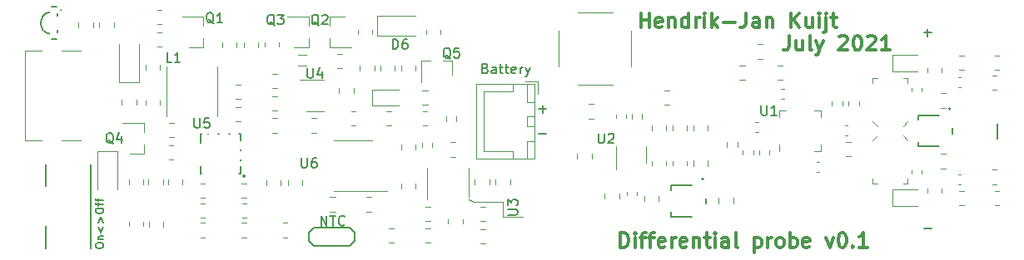
<source format=gbr>
%TF.GenerationSoftware,KiCad,Pcbnew,(5.1.9-16-g1737927814)-1*%
%TF.CreationDate,2021-08-08T16:45:24+02:00*%
%TF.ProjectId,Diffprobe,44696666-7072-46f6-9265-2e6b69636164,rev?*%
%TF.SameCoordinates,Original*%
%TF.FileFunction,Legend,Top*%
%TF.FilePolarity,Positive*%
%FSLAX46Y46*%
G04 Gerber Fmt 4.6, Leading zero omitted, Abs format (unit mm)*
G04 Created by KiCad (PCBNEW (5.1.9-16-g1737927814)-1) date 2021-08-08 16:45:24*
%MOMM*%
%LPD*%
G01*
G04 APERTURE LIST*
%ADD10C,0.150000*%
%ADD11C,0.120000*%
%ADD12C,0.300000*%
%ADD13C,0.200000*%
%ADD14C,0.127000*%
%ADD15C,0.254000*%
G04 APERTURE END LIST*
D10*
X170019047Y-55671428D02*
X170780952Y-55671428D01*
X170019047Y-35671428D02*
X170780952Y-35671428D01*
X170400000Y-36052380D02*
X170400000Y-35290476D01*
X108733333Y-55352380D02*
X108733333Y-54352380D01*
X109304761Y-55352380D01*
X109304761Y-54352380D01*
X109638095Y-54352380D02*
X110209523Y-54352380D01*
X109923809Y-55352380D02*
X109923809Y-54352380D01*
X111114285Y-55257142D02*
X111066666Y-55304761D01*
X110923809Y-55352380D01*
X110828571Y-55352380D01*
X110685714Y-55304761D01*
X110590476Y-55209523D01*
X110542857Y-55114285D01*
X110495238Y-54923809D01*
X110495238Y-54780952D01*
X110542857Y-54590476D01*
X110590476Y-54495238D01*
X110685714Y-54400000D01*
X110828571Y-54352380D01*
X110923809Y-54352380D01*
X111066666Y-54400000D01*
X111114285Y-54447619D01*
X85811904Y-57454761D02*
X85811904Y-57302380D01*
X85850000Y-57226190D01*
X85926190Y-57150000D01*
X86078571Y-57111904D01*
X86345238Y-57111904D01*
X86497619Y-57150000D01*
X86573809Y-57226190D01*
X86611904Y-57302380D01*
X86611904Y-57454761D01*
X86573809Y-57530952D01*
X86497619Y-57607142D01*
X86345238Y-57645238D01*
X86078571Y-57645238D01*
X85926190Y-57607142D01*
X85850000Y-57530952D01*
X85811904Y-57454761D01*
X86078571Y-56769047D02*
X86611904Y-56769047D01*
X86154761Y-56769047D02*
X86116666Y-56730952D01*
X86078571Y-56654761D01*
X86078571Y-56540476D01*
X86116666Y-56464285D01*
X86192857Y-56426190D01*
X86611904Y-56426190D01*
X86078571Y-55435714D02*
X86307142Y-56045238D01*
X86535714Y-55435714D01*
X86078571Y-55054761D02*
X86307142Y-54445238D01*
X86535714Y-55054761D01*
X85811904Y-53911904D02*
X85811904Y-53759523D01*
X85850000Y-53683333D01*
X85926190Y-53607142D01*
X86078571Y-53569047D01*
X86345238Y-53569047D01*
X86497619Y-53607142D01*
X86573809Y-53683333D01*
X86611904Y-53759523D01*
X86611904Y-53911904D01*
X86573809Y-53988095D01*
X86497619Y-54064285D01*
X86345238Y-54102380D01*
X86078571Y-54102380D01*
X85926190Y-54064285D01*
X85850000Y-53988095D01*
X85811904Y-53911904D01*
X86078571Y-53340476D02*
X86078571Y-53035714D01*
X86611904Y-53226190D02*
X85926190Y-53226190D01*
X85850000Y-53188095D01*
X85811904Y-53111904D01*
X85811904Y-53035714D01*
X86078571Y-52883333D02*
X86078571Y-52578571D01*
X86611904Y-52769047D02*
X85926190Y-52769047D01*
X85850000Y-52730952D01*
X85811904Y-52654761D01*
X85811904Y-52578571D01*
X130869047Y-45971428D02*
X131630952Y-45971428D01*
X130869047Y-43471428D02*
X131630952Y-43471428D01*
X131250000Y-43852380D02*
X131250000Y-43090476D01*
X125428571Y-39328571D02*
X125571428Y-39376190D01*
X125619047Y-39423809D01*
X125666666Y-39519047D01*
X125666666Y-39661904D01*
X125619047Y-39757142D01*
X125571428Y-39804761D01*
X125476190Y-39852380D01*
X125095238Y-39852380D01*
X125095238Y-38852380D01*
X125428571Y-38852380D01*
X125523809Y-38900000D01*
X125571428Y-38947619D01*
X125619047Y-39042857D01*
X125619047Y-39138095D01*
X125571428Y-39233333D01*
X125523809Y-39280952D01*
X125428571Y-39328571D01*
X125095238Y-39328571D01*
X126523809Y-39852380D02*
X126523809Y-39328571D01*
X126476190Y-39233333D01*
X126380952Y-39185714D01*
X126190476Y-39185714D01*
X126095238Y-39233333D01*
X126523809Y-39804761D02*
X126428571Y-39852380D01*
X126190476Y-39852380D01*
X126095238Y-39804761D01*
X126047619Y-39709523D01*
X126047619Y-39614285D01*
X126095238Y-39519047D01*
X126190476Y-39471428D01*
X126428571Y-39471428D01*
X126523809Y-39423809D01*
X126857142Y-39185714D02*
X127238095Y-39185714D01*
X127000000Y-38852380D02*
X127000000Y-39709523D01*
X127047619Y-39804761D01*
X127142857Y-39852380D01*
X127238095Y-39852380D01*
X127428571Y-39185714D02*
X127809523Y-39185714D01*
X127571428Y-38852380D02*
X127571428Y-39709523D01*
X127619047Y-39804761D01*
X127714285Y-39852380D01*
X127809523Y-39852380D01*
X128523809Y-39804761D02*
X128428571Y-39852380D01*
X128238095Y-39852380D01*
X128142857Y-39804761D01*
X128095238Y-39709523D01*
X128095238Y-39328571D01*
X128142857Y-39233333D01*
X128238095Y-39185714D01*
X128428571Y-39185714D01*
X128523809Y-39233333D01*
X128571428Y-39328571D01*
X128571428Y-39423809D01*
X128095238Y-39519047D01*
X129000000Y-39852380D02*
X129000000Y-39185714D01*
X129000000Y-39376190D02*
X129047619Y-39280952D01*
X129095238Y-39233333D01*
X129190476Y-39185714D01*
X129285714Y-39185714D01*
X129523809Y-39185714D02*
X129761904Y-39852380D01*
X130000000Y-39185714D02*
X129761904Y-39852380D01*
X129666666Y-40090476D01*
X129619047Y-40138095D01*
X129523809Y-40185714D01*
D11*
X127250000Y-54500000D02*
X129250000Y-54500000D01*
X127250000Y-52900000D02*
X127250000Y-54500000D01*
X126750000Y-52900000D02*
X127250000Y-52900000D01*
X124250000Y-52900000D02*
X123750000Y-52650000D01*
X126750000Y-52900000D02*
X124250000Y-52900000D01*
D12*
X139164285Y-57578571D02*
X139164285Y-56078571D01*
X139521428Y-56078571D01*
X139735714Y-56150000D01*
X139878571Y-56292857D01*
X139950000Y-56435714D01*
X140021428Y-56721428D01*
X140021428Y-56935714D01*
X139950000Y-57221428D01*
X139878571Y-57364285D01*
X139735714Y-57507142D01*
X139521428Y-57578571D01*
X139164285Y-57578571D01*
X140664285Y-57578571D02*
X140664285Y-56578571D01*
X140664285Y-56078571D02*
X140592857Y-56150000D01*
X140664285Y-56221428D01*
X140735714Y-56150000D01*
X140664285Y-56078571D01*
X140664285Y-56221428D01*
X141164285Y-56578571D02*
X141735714Y-56578571D01*
X141378571Y-57578571D02*
X141378571Y-56292857D01*
X141450000Y-56150000D01*
X141592857Y-56078571D01*
X141735714Y-56078571D01*
X142021428Y-56578571D02*
X142592857Y-56578571D01*
X142235714Y-57578571D02*
X142235714Y-56292857D01*
X142307142Y-56150000D01*
X142450000Y-56078571D01*
X142592857Y-56078571D01*
X143664285Y-57507142D02*
X143521428Y-57578571D01*
X143235714Y-57578571D01*
X143092857Y-57507142D01*
X143021428Y-57364285D01*
X143021428Y-56792857D01*
X143092857Y-56650000D01*
X143235714Y-56578571D01*
X143521428Y-56578571D01*
X143664285Y-56650000D01*
X143735714Y-56792857D01*
X143735714Y-56935714D01*
X143021428Y-57078571D01*
X144378571Y-57578571D02*
X144378571Y-56578571D01*
X144378571Y-56864285D02*
X144450000Y-56721428D01*
X144521428Y-56650000D01*
X144664285Y-56578571D01*
X144807142Y-56578571D01*
X145878571Y-57507142D02*
X145735714Y-57578571D01*
X145450000Y-57578571D01*
X145307142Y-57507142D01*
X145235714Y-57364285D01*
X145235714Y-56792857D01*
X145307142Y-56650000D01*
X145450000Y-56578571D01*
X145735714Y-56578571D01*
X145878571Y-56650000D01*
X145950000Y-56792857D01*
X145950000Y-56935714D01*
X145235714Y-57078571D01*
X146592857Y-56578571D02*
X146592857Y-57578571D01*
X146592857Y-56721428D02*
X146664285Y-56650000D01*
X146807142Y-56578571D01*
X147021428Y-56578571D01*
X147164285Y-56650000D01*
X147235714Y-56792857D01*
X147235714Y-57578571D01*
X147735714Y-56578571D02*
X148307142Y-56578571D01*
X147950000Y-56078571D02*
X147950000Y-57364285D01*
X148021428Y-57507142D01*
X148164285Y-57578571D01*
X148307142Y-57578571D01*
X148807142Y-57578571D02*
X148807142Y-56578571D01*
X148807142Y-56078571D02*
X148735714Y-56150000D01*
X148807142Y-56221428D01*
X148878571Y-56150000D01*
X148807142Y-56078571D01*
X148807142Y-56221428D01*
X150164285Y-57578571D02*
X150164285Y-56792857D01*
X150092857Y-56650000D01*
X149950000Y-56578571D01*
X149664285Y-56578571D01*
X149521428Y-56650000D01*
X150164285Y-57507142D02*
X150021428Y-57578571D01*
X149664285Y-57578571D01*
X149521428Y-57507142D01*
X149450000Y-57364285D01*
X149450000Y-57221428D01*
X149521428Y-57078571D01*
X149664285Y-57007142D01*
X150021428Y-57007142D01*
X150164285Y-56935714D01*
X151092857Y-57578571D02*
X150950000Y-57507142D01*
X150878571Y-57364285D01*
X150878571Y-56078571D01*
X152807142Y-56578571D02*
X152807142Y-58078571D01*
X152807142Y-56650000D02*
X152950000Y-56578571D01*
X153235714Y-56578571D01*
X153378571Y-56650000D01*
X153450000Y-56721428D01*
X153521428Y-56864285D01*
X153521428Y-57292857D01*
X153450000Y-57435714D01*
X153378571Y-57507142D01*
X153235714Y-57578571D01*
X152950000Y-57578571D01*
X152807142Y-57507142D01*
X154164285Y-57578571D02*
X154164285Y-56578571D01*
X154164285Y-56864285D02*
X154235714Y-56721428D01*
X154307142Y-56650000D01*
X154450000Y-56578571D01*
X154592857Y-56578571D01*
X155307142Y-57578571D02*
X155164285Y-57507142D01*
X155092857Y-57435714D01*
X155021428Y-57292857D01*
X155021428Y-56864285D01*
X155092857Y-56721428D01*
X155164285Y-56650000D01*
X155307142Y-56578571D01*
X155521428Y-56578571D01*
X155664285Y-56650000D01*
X155735714Y-56721428D01*
X155807142Y-56864285D01*
X155807142Y-57292857D01*
X155735714Y-57435714D01*
X155664285Y-57507142D01*
X155521428Y-57578571D01*
X155307142Y-57578571D01*
X156450000Y-57578571D02*
X156450000Y-56078571D01*
X156450000Y-56650000D02*
X156592857Y-56578571D01*
X156878571Y-56578571D01*
X157021428Y-56650000D01*
X157092857Y-56721428D01*
X157164285Y-56864285D01*
X157164285Y-57292857D01*
X157092857Y-57435714D01*
X157021428Y-57507142D01*
X156878571Y-57578571D01*
X156592857Y-57578571D01*
X156450000Y-57507142D01*
X158378571Y-57507142D02*
X158235714Y-57578571D01*
X157950000Y-57578571D01*
X157807142Y-57507142D01*
X157735714Y-57364285D01*
X157735714Y-56792857D01*
X157807142Y-56650000D01*
X157950000Y-56578571D01*
X158235714Y-56578571D01*
X158378571Y-56650000D01*
X158450000Y-56792857D01*
X158450000Y-56935714D01*
X157735714Y-57078571D01*
X160092857Y-56578571D02*
X160450000Y-57578571D01*
X160807142Y-56578571D01*
X161664285Y-56078571D02*
X161807142Y-56078571D01*
X161950000Y-56150000D01*
X162021428Y-56221428D01*
X162092857Y-56364285D01*
X162164285Y-56650000D01*
X162164285Y-57007142D01*
X162092857Y-57292857D01*
X162021428Y-57435714D01*
X161950000Y-57507142D01*
X161807142Y-57578571D01*
X161664285Y-57578571D01*
X161521428Y-57507142D01*
X161450000Y-57435714D01*
X161378571Y-57292857D01*
X161307142Y-57007142D01*
X161307142Y-56650000D01*
X161378571Y-56364285D01*
X161450000Y-56221428D01*
X161521428Y-56150000D01*
X161664285Y-56078571D01*
X162807142Y-57435714D02*
X162878571Y-57507142D01*
X162807142Y-57578571D01*
X162735714Y-57507142D01*
X162807142Y-57435714D01*
X162807142Y-57578571D01*
X164307142Y-57578571D02*
X163450000Y-57578571D01*
X163878571Y-57578571D02*
X163878571Y-56078571D01*
X163735714Y-56292857D01*
X163592857Y-56435714D01*
X163450000Y-56507142D01*
X141242857Y-35178571D02*
X141242857Y-33678571D01*
X141242857Y-34392857D02*
X142100000Y-34392857D01*
X142100000Y-35178571D02*
X142100000Y-33678571D01*
X143385714Y-35107142D02*
X143242857Y-35178571D01*
X142957142Y-35178571D01*
X142814285Y-35107142D01*
X142742857Y-34964285D01*
X142742857Y-34392857D01*
X142814285Y-34250000D01*
X142957142Y-34178571D01*
X143242857Y-34178571D01*
X143385714Y-34250000D01*
X143457142Y-34392857D01*
X143457142Y-34535714D01*
X142742857Y-34678571D01*
X144100000Y-34178571D02*
X144100000Y-35178571D01*
X144100000Y-34321428D02*
X144171428Y-34250000D01*
X144314285Y-34178571D01*
X144528571Y-34178571D01*
X144671428Y-34250000D01*
X144742857Y-34392857D01*
X144742857Y-35178571D01*
X146100000Y-35178571D02*
X146100000Y-33678571D01*
X146100000Y-35107142D02*
X145957142Y-35178571D01*
X145671428Y-35178571D01*
X145528571Y-35107142D01*
X145457142Y-35035714D01*
X145385714Y-34892857D01*
X145385714Y-34464285D01*
X145457142Y-34321428D01*
X145528571Y-34250000D01*
X145671428Y-34178571D01*
X145957142Y-34178571D01*
X146100000Y-34250000D01*
X146814285Y-35178571D02*
X146814285Y-34178571D01*
X146814285Y-34464285D02*
X146885714Y-34321428D01*
X146957142Y-34250000D01*
X147100000Y-34178571D01*
X147242857Y-34178571D01*
X147742857Y-35178571D02*
X147742857Y-34178571D01*
X147742857Y-33678571D02*
X147671428Y-33750000D01*
X147742857Y-33821428D01*
X147814285Y-33750000D01*
X147742857Y-33678571D01*
X147742857Y-33821428D01*
X148457142Y-35178571D02*
X148457142Y-33678571D01*
X148600000Y-34607142D02*
X149028571Y-35178571D01*
X149028571Y-34178571D02*
X148457142Y-34750000D01*
X149671428Y-34607142D02*
X150814285Y-34607142D01*
X151957142Y-33678571D02*
X151957142Y-34750000D01*
X151885714Y-34964285D01*
X151742857Y-35107142D01*
X151528571Y-35178571D01*
X151385714Y-35178571D01*
X153314285Y-35178571D02*
X153314285Y-34392857D01*
X153242857Y-34250000D01*
X153100000Y-34178571D01*
X152814285Y-34178571D01*
X152671428Y-34250000D01*
X153314285Y-35107142D02*
X153171428Y-35178571D01*
X152814285Y-35178571D01*
X152671428Y-35107142D01*
X152600000Y-34964285D01*
X152600000Y-34821428D01*
X152671428Y-34678571D01*
X152814285Y-34607142D01*
X153171428Y-34607142D01*
X153314285Y-34535714D01*
X154028571Y-34178571D02*
X154028571Y-35178571D01*
X154028571Y-34321428D02*
X154100000Y-34250000D01*
X154242857Y-34178571D01*
X154457142Y-34178571D01*
X154600000Y-34250000D01*
X154671428Y-34392857D01*
X154671428Y-35178571D01*
X156528571Y-35178571D02*
X156528571Y-33678571D01*
X157385714Y-35178571D02*
X156742857Y-34321428D01*
X157385714Y-33678571D02*
X156528571Y-34535714D01*
X158671428Y-34178571D02*
X158671428Y-35178571D01*
X158028571Y-34178571D02*
X158028571Y-34964285D01*
X158100000Y-35107142D01*
X158242857Y-35178571D01*
X158457142Y-35178571D01*
X158600000Y-35107142D01*
X158671428Y-35035714D01*
X159385714Y-35178571D02*
X159385714Y-34178571D01*
X159385714Y-33678571D02*
X159314285Y-33750000D01*
X159385714Y-33821428D01*
X159457142Y-33750000D01*
X159385714Y-33678571D01*
X159385714Y-33821428D01*
X160100000Y-34178571D02*
X160100000Y-35464285D01*
X160028571Y-35607142D01*
X159885714Y-35678571D01*
X159814285Y-35678571D01*
X160100000Y-33678571D02*
X160028571Y-33750000D01*
X160100000Y-33821428D01*
X160171428Y-33750000D01*
X160100000Y-33678571D01*
X160100000Y-33821428D01*
X160600000Y-34178571D02*
X161171428Y-34178571D01*
X160814285Y-33678571D02*
X160814285Y-34964285D01*
X160885714Y-35107142D01*
X161028571Y-35178571D01*
X161171428Y-35178571D01*
X156342857Y-35978571D02*
X156342857Y-37050000D01*
X156271428Y-37264285D01*
X156128571Y-37407142D01*
X155914285Y-37478571D01*
X155771428Y-37478571D01*
X157700000Y-36478571D02*
X157700000Y-37478571D01*
X157057142Y-36478571D02*
X157057142Y-37264285D01*
X157128571Y-37407142D01*
X157271428Y-37478571D01*
X157485714Y-37478571D01*
X157628571Y-37407142D01*
X157700000Y-37335714D01*
X158628571Y-37478571D02*
X158485714Y-37407142D01*
X158414285Y-37264285D01*
X158414285Y-35978571D01*
X159057142Y-36478571D02*
X159414285Y-37478571D01*
X159771428Y-36478571D02*
X159414285Y-37478571D01*
X159271428Y-37835714D01*
X159200000Y-37907142D01*
X159057142Y-37978571D01*
X161414285Y-36121428D02*
X161485714Y-36050000D01*
X161628571Y-35978571D01*
X161985714Y-35978571D01*
X162128571Y-36050000D01*
X162200000Y-36121428D01*
X162271428Y-36264285D01*
X162271428Y-36407142D01*
X162200000Y-36621428D01*
X161342857Y-37478571D01*
X162271428Y-37478571D01*
X163200000Y-35978571D02*
X163342857Y-35978571D01*
X163485714Y-36050000D01*
X163557142Y-36121428D01*
X163628571Y-36264285D01*
X163700000Y-36550000D01*
X163700000Y-36907142D01*
X163628571Y-37192857D01*
X163557142Y-37335714D01*
X163485714Y-37407142D01*
X163342857Y-37478571D01*
X163200000Y-37478571D01*
X163057142Y-37407142D01*
X162985714Y-37335714D01*
X162914285Y-37192857D01*
X162842857Y-36907142D01*
X162842857Y-36550000D01*
X162914285Y-36264285D01*
X162985714Y-36121428D01*
X163057142Y-36050000D01*
X163200000Y-35978571D01*
X164271428Y-36121428D02*
X164342857Y-36050000D01*
X164485714Y-35978571D01*
X164842857Y-35978571D01*
X164985714Y-36050000D01*
X165057142Y-36121428D01*
X165128571Y-36264285D01*
X165128571Y-36407142D01*
X165057142Y-36621428D01*
X164200000Y-37478571D01*
X165128571Y-37478571D01*
X166557142Y-37478571D02*
X165700000Y-37478571D01*
X166128571Y-37478571D02*
X166128571Y-35978571D01*
X165985714Y-36192857D01*
X165842857Y-36335714D01*
X165700000Y-36407142D01*
D11*
%TO.C,R14*%
X176972936Y-49665000D02*
X177427064Y-49665000D01*
X176972936Y-51135000D02*
X177427064Y-51135000D01*
%TO.C,R15*%
X176972936Y-40065000D02*
X177427064Y-40065000D01*
X176972936Y-41535000D02*
X177427064Y-41535000D01*
D10*
%TO.C,J2*%
X177500000Y-46500000D02*
X177500000Y-44950000D01*
D11*
%TO.C,BT1*%
X130460000Y-40940000D02*
X124490000Y-40940000D01*
X124490000Y-40940000D02*
X124490000Y-48560000D01*
X124490000Y-48560000D02*
X130460000Y-48560000D01*
X130460000Y-48560000D02*
X130460000Y-40940000D01*
X130450000Y-44250000D02*
X129700000Y-44250000D01*
X129700000Y-44250000D02*
X129700000Y-45250000D01*
X129700000Y-45250000D02*
X130450000Y-45250000D01*
X130450000Y-45250000D02*
X130450000Y-44250000D01*
X130450000Y-40950000D02*
X129700000Y-40950000D01*
X129700000Y-40950000D02*
X129700000Y-42750000D01*
X129700000Y-42750000D02*
X130450000Y-42750000D01*
X130450000Y-42750000D02*
X130450000Y-40950000D01*
X130450000Y-46750000D02*
X129700000Y-46750000D01*
X129700000Y-46750000D02*
X129700000Y-48550000D01*
X129700000Y-48550000D02*
X130450000Y-48550000D01*
X130450000Y-48550000D02*
X130450000Y-46750000D01*
X128200000Y-40950000D02*
X128200000Y-41700000D01*
X128200000Y-41700000D02*
X125250000Y-41700000D01*
X125250000Y-41700000D02*
X125250000Y-44750000D01*
X128200000Y-48550000D02*
X128200000Y-47800000D01*
X128200000Y-47800000D02*
X125250000Y-47800000D01*
X125250000Y-47800000D02*
X125250000Y-44750000D01*
X130750000Y-41900000D02*
X130750000Y-40650000D01*
X130750000Y-40650000D02*
X129500000Y-40650000D01*
%TO.C,C41*%
X113890000Y-43085000D02*
X116600000Y-43085000D01*
X113890000Y-41515000D02*
X113890000Y-43085000D01*
X116600000Y-41515000D02*
X113890000Y-41515000D01*
%TO.C,R54*%
X171772936Y-49535000D02*
X172227064Y-49535000D01*
X171772936Y-48065000D02*
X172227064Y-48065000D01*
D13*
%TO.C,RV2*%
X172750000Y-43450000D02*
G75*
G03*
X172750000Y-43450000I-100000J0D01*
G01*
D14*
X169450000Y-44580000D02*
X169450000Y-44100000D01*
X169450000Y-47300000D02*
X169450000Y-46820000D01*
X171536500Y-47300000D02*
X169450000Y-47300000D01*
X172950000Y-45413500D02*
X172950000Y-45986500D01*
X169450000Y-44100000D02*
X171536500Y-44100000D01*
D11*
%TO.C,D2*%
X166800000Y-37950000D02*
X169350000Y-37950000D01*
X166800000Y-39650000D02*
X169350000Y-39650000D01*
X166800000Y-37950000D02*
X166800000Y-39650000D01*
%TO.C,D1*%
X166800000Y-51650000D02*
X169350000Y-51650000D01*
X166800000Y-53350000D02*
X169350000Y-53350000D01*
X166800000Y-51650000D02*
X166800000Y-53350000D01*
%TO.C,R55*%
X172227064Y-41865000D02*
X171772936Y-41865000D01*
X172227064Y-43335000D02*
X171772936Y-43335000D01*
%TO.C,R53*%
X177222936Y-39485000D02*
X177677064Y-39485000D01*
X177222936Y-38015000D02*
X177677064Y-38015000D01*
%TO.C,R52*%
X177222936Y-53285000D02*
X177677064Y-53285000D01*
X177222936Y-51815000D02*
X177677064Y-51815000D01*
%TO.C,C46*%
X169810000Y-41640580D02*
X169810000Y-41359420D01*
X168790000Y-41640580D02*
X168790000Y-41359420D01*
%TO.C,C45*%
X169810000Y-50015580D02*
X169810000Y-49734420D01*
X168790000Y-50015580D02*
X168790000Y-49734420D01*
%TO.C,R39*%
X107772936Y-45885000D02*
X108227064Y-45885000D01*
X107772936Y-44415000D02*
X108227064Y-44415000D01*
%TO.C,C44*%
X109638748Y-53935000D02*
X110161252Y-53935000D01*
X109638748Y-52465000D02*
X110161252Y-52465000D01*
%TO.C,U6*%
X112000000Y-51810000D02*
X115450000Y-51810000D01*
X112000000Y-51810000D02*
X110050000Y-51810000D01*
X112000000Y-46690000D02*
X113950000Y-46690000D01*
X112000000Y-46690000D02*
X110050000Y-46690000D01*
%TO.C,R51*%
X119415000Y-35372936D02*
X119415000Y-35827064D01*
X120885000Y-35372936D02*
X120885000Y-35827064D01*
%TO.C,R50*%
X115372936Y-45135000D02*
X115827064Y-45135000D01*
X115372936Y-43665000D02*
X115827064Y-43665000D01*
%TO.C,R49*%
X114765000Y-39072936D02*
X114765000Y-39527064D01*
X116235000Y-39072936D02*
X116235000Y-39527064D01*
%TO.C,R48*%
X118335000Y-39072936D02*
X118335000Y-39527064D01*
X116865000Y-39072936D02*
X116865000Y-39527064D01*
%TO.C,R47*%
X112665000Y-39514564D02*
X112665000Y-39060436D01*
X114135000Y-39514564D02*
X114135000Y-39060436D01*
%TO.C,R46*%
X112227064Y-45135000D02*
X111772936Y-45135000D01*
X112227064Y-43665000D02*
X111772936Y-43665000D01*
%TO.C,R45*%
X119072936Y-45135000D02*
X119527064Y-45135000D01*
X119072936Y-43665000D02*
X119527064Y-43665000D01*
%TO.C,R44*%
X118335000Y-47577064D02*
X118335000Y-47122936D01*
X116865000Y-47577064D02*
X116865000Y-47122936D01*
%TO.C,R23*%
X92072936Y-34835000D02*
X92527064Y-34835000D01*
X92072936Y-33365000D02*
X92527064Y-33365000D01*
%TO.C,Q5*%
X122080000Y-38540000D02*
X122080000Y-40000000D01*
X118920000Y-38540000D02*
X118920000Y-40700000D01*
X118920000Y-38540000D02*
X119850000Y-38540000D01*
X122080000Y-38540000D02*
X121150000Y-38540000D01*
%TO.C,C43*%
X113861252Y-52465000D02*
X113338748Y-52465000D01*
X113861252Y-53935000D02*
X113338748Y-53935000D01*
%TO.C,C42*%
X119038748Y-43035000D02*
X119561252Y-43035000D01*
X119038748Y-41565000D02*
X119561252Y-41565000D01*
%TO.C,R30*%
X100672936Y-53065000D02*
X101127064Y-53065000D01*
X100672936Y-54535000D02*
X101127064Y-54535000D01*
%TO.C,R22*%
X85535000Y-34672936D02*
X85535000Y-35127064D01*
X84065000Y-34672936D02*
X84065000Y-35127064D01*
D10*
%TO.C,D3*%
X81900000Y-35450000D02*
X81900000Y-35650000D01*
X81900000Y-33950000D02*
X81900000Y-33750000D01*
X81800000Y-33050000D02*
X81300000Y-33050000D01*
X81800000Y-36350000D02*
X81300000Y-36350000D01*
X82300000Y-33400000D02*
G75*
G03*
X82300000Y-33400000I-50000J0D01*
G01*
X81108434Y-35801499D02*
G75*
G02*
X81100001Y-33600001I191566J1101499D01*
G01*
D11*
%TO.C,Q2*%
X109640000Y-34020000D02*
X109640000Y-34950000D01*
X109640000Y-37180000D02*
X109640000Y-36250000D01*
X109640000Y-37180000D02*
X111800000Y-37180000D01*
X109640000Y-34020000D02*
X111100000Y-34020000D01*
D10*
%TO.C,SW1*%
X85300000Y-49100000D02*
X85300000Y-57700000D01*
X80700000Y-49100000D02*
X80700000Y-51300000D01*
X80700000Y-55400000D02*
X80700000Y-57700000D01*
D11*
%TO.C,R43*%
X93272936Y-47165000D02*
X93727064Y-47165000D01*
X93272936Y-48635000D02*
X93727064Y-48635000D01*
%TO.C,R42*%
X88465000Y-43014564D02*
X88465000Y-42560436D01*
X89935000Y-43014564D02*
X89935000Y-42560436D01*
%TO.C,R41*%
X113935000Y-35372936D02*
X113935000Y-35827064D01*
X112465000Y-35372936D02*
X112465000Y-35827064D01*
%TO.C,R17*%
X104435000Y-36672936D02*
X104435000Y-37127064D01*
X102965000Y-36672936D02*
X102965000Y-37127064D01*
%TO.C,R16*%
X92527064Y-37135000D02*
X92072936Y-37135000D01*
X92527064Y-35665000D02*
X92072936Y-35665000D01*
%TO.C,Q4*%
X90710000Y-48030000D02*
X90710000Y-47100000D01*
X90710000Y-44870000D02*
X90710000Y-45800000D01*
X90710000Y-44870000D02*
X88550000Y-44870000D01*
X90710000Y-48030000D02*
X89250000Y-48030000D01*
%TO.C,Q3*%
X107460000Y-37180000D02*
X107460000Y-36250000D01*
X107460000Y-34020000D02*
X107460000Y-34950000D01*
X107460000Y-34020000D02*
X105300000Y-34020000D01*
X107460000Y-37180000D02*
X106000000Y-37180000D01*
%TO.C,Q1*%
X96760000Y-37180000D02*
X96760000Y-36250000D01*
X96760000Y-34020000D02*
X96760000Y-34950000D01*
X96760000Y-34020000D02*
X94600000Y-34020000D01*
X96760000Y-37180000D02*
X95300000Y-37180000D01*
%TO.C,D6*%
X114450000Y-34000000D02*
X114450000Y-36000000D01*
X114450000Y-36000000D02*
X118350000Y-36000000D01*
X114450000Y-34000000D02*
X118350000Y-34000000D01*
%TO.C,D5*%
X88200000Y-40750000D02*
X90200000Y-40750000D01*
X90200000Y-40750000D02*
X90200000Y-36850000D01*
X88200000Y-40750000D02*
X88200000Y-36850000D01*
%TO.C,D4*%
X88000000Y-47750000D02*
X86000000Y-47750000D01*
X86000000Y-47750000D02*
X86000000Y-51650000D01*
X88000000Y-47750000D02*
X88000000Y-51650000D01*
%TO.C,C40*%
X153138748Y-36865000D02*
X153661252Y-36865000D01*
X153138748Y-38335000D02*
X153661252Y-38335000D01*
%TO.C,C39*%
X149165000Y-53061252D02*
X149165000Y-52538748D01*
X150635000Y-53061252D02*
X150635000Y-52538748D01*
%TO.C,J1*%
X132920000Y-39100000D02*
X132920000Y-35500000D01*
X140280000Y-39100000D02*
X140280000Y-35500000D01*
X134800000Y-33620000D02*
X138400000Y-33620000D01*
X134800000Y-40980000D02*
X138400000Y-40980000D01*
%TO.C,C38*%
X163422500Y-42662742D02*
X163422500Y-43137258D01*
X162377500Y-42662742D02*
X162377500Y-43137258D01*
%TO.C,C37*%
X152672500Y-47662742D02*
X152672500Y-48137258D01*
X151627500Y-47662742D02*
X151627500Y-48137258D01*
%TO.C,R3*%
X161722500Y-42662742D02*
X161722500Y-43137258D01*
X160677500Y-42662742D02*
X160677500Y-43137258D01*
%TO.C,R2*%
X150027500Y-47337258D02*
X150027500Y-46862742D01*
X151072500Y-47337258D02*
X151072500Y-46862742D01*
%TO.C,R1*%
X154322500Y-47662742D02*
X154322500Y-48137258D01*
X153277500Y-47662742D02*
X153277500Y-48137258D01*
D14*
%TO.C,RV1*%
X144350000Y-51250000D02*
X146436500Y-51250000D01*
X147850000Y-52563500D02*
X147850000Y-53136500D01*
X146436500Y-54450000D02*
X144350000Y-54450000D01*
X144350000Y-54450000D02*
X144350000Y-53970000D01*
X144350000Y-51730000D02*
X144350000Y-51250000D01*
D13*
X147650000Y-50600000D02*
G75*
G03*
X147650000Y-50600000I-100000J0D01*
G01*
D11*
%TO.C,C36*%
X110338748Y-39335000D02*
X110861252Y-39335000D01*
X110338748Y-37865000D02*
X110861252Y-37865000D01*
%TO.C,C35*%
X115638748Y-55615000D02*
X116161252Y-55615000D01*
X115638748Y-57085000D02*
X116161252Y-57085000D01*
%TO.C,C22*%
X159390580Y-49860000D02*
X159109420Y-49860000D01*
X159390580Y-48840000D02*
X159109420Y-48840000D01*
%TO.C,C7*%
X162009420Y-45140000D02*
X162290580Y-45140000D01*
X162009420Y-46160000D02*
X162290580Y-46160000D01*
%TO.C,C2*%
X155509420Y-41390000D02*
X155790580Y-41390000D01*
X155509420Y-42410000D02*
X155790580Y-42410000D01*
%TO.C,C1*%
X153190580Y-45860000D02*
X152909420Y-45860000D01*
X153190580Y-44840000D02*
X152909420Y-44840000D01*
%TO.C,L1*%
X98200000Y-39150000D02*
X98200000Y-44250000D01*
X93000000Y-39150000D02*
X93000000Y-44250000D01*
%TO.C,C20*%
X102335000Y-36638748D02*
X102335000Y-37161252D01*
X100865000Y-36638748D02*
X100865000Y-37161252D01*
%TO.C,C19*%
X100561252Y-42435000D02*
X100038748Y-42435000D01*
X100561252Y-40965000D02*
X100038748Y-40965000D01*
D14*
%TO.C,U5*%
X100532000Y-50032000D02*
X100532000Y-49318000D01*
X100532000Y-48714000D02*
X100532000Y-48600000D01*
X100532000Y-47700000D02*
X100532000Y-47618000D01*
X100532000Y-46650000D02*
X100532000Y-45968000D01*
X100532000Y-45968000D02*
X100368000Y-45968000D01*
X99432000Y-45968000D02*
X99318000Y-45968000D01*
X98382000Y-45968000D02*
X98218000Y-45968000D01*
X97282000Y-45968000D02*
X97268000Y-45968000D01*
X96532000Y-45968000D02*
X96468000Y-45968000D01*
X96468000Y-45968000D02*
X96468000Y-46882000D01*
X96468000Y-49318000D02*
X96468000Y-50032000D01*
X96468000Y-50032000D02*
X96602000Y-50032000D01*
X100398000Y-50032000D02*
X100532000Y-50032000D01*
D15*
X100978000Y-50300000D02*
G75*
G03*
X100978000Y-50300000I-78000J0D01*
G01*
D11*
%TO.C,R40*%
X121427500Y-44212742D02*
X121427500Y-44687258D01*
X122472500Y-44212742D02*
X122472500Y-44687258D01*
%TO.C,R32*%
X118977500Y-46912742D02*
X118977500Y-47387258D01*
X120022500Y-46912742D02*
X120022500Y-47387258D01*
%TO.C,R31*%
X140327500Y-44462258D02*
X140327500Y-43987742D01*
X141372500Y-44462258D02*
X141372500Y-43987742D01*
%TO.C,P1*%
X84250000Y-37520000D02*
X82330000Y-37520000D01*
X82330000Y-46680000D02*
X84250000Y-46680000D01*
X80320000Y-46680000D02*
X78615000Y-46680000D01*
X78615000Y-37520000D02*
X80320000Y-37520000D01*
X78615000Y-46680000D02*
X78615000Y-37520000D01*
%TO.C,C24*%
X139840000Y-52240580D02*
X139840000Y-51959420D01*
X140860000Y-52240580D02*
X140860000Y-51959420D01*
%TO.C,C23*%
X138690000Y-44340580D02*
X138690000Y-44059420D01*
X139710000Y-44340580D02*
X139710000Y-44059420D01*
%TO.C,C4*%
X173509420Y-40240000D02*
X173790580Y-40240000D01*
X173509420Y-41260000D02*
X173790580Y-41260000D01*
%TO.C,C3*%
X173509420Y-50140000D02*
X173790580Y-50140000D01*
X173509420Y-51160000D02*
X173790580Y-51160000D01*
%TO.C,U4*%
X107200000Y-43710000D02*
X109000000Y-43710000D01*
X109000000Y-40490000D02*
X106550000Y-40490000D01*
%TO.C,U3*%
X123710000Y-52450000D02*
X123710000Y-49450000D01*
X119490000Y-52700000D02*
X119490000Y-49450000D01*
%TO.C,U2*%
X141760000Y-48980000D02*
X141760000Y-47220000D01*
X138690000Y-47220000D02*
X138690000Y-49650000D01*
%TO.C,U1*%
X155340000Y-44290000D02*
X155340000Y-43590000D01*
X155340000Y-43590000D02*
X156040000Y-43590000D01*
X159560000Y-47110000D02*
X159560000Y-47810000D01*
X159560000Y-47810000D02*
X158860000Y-47810000D01*
X159560000Y-44290000D02*
X159560000Y-43590000D01*
X159560000Y-43590000D02*
X158860000Y-43590000D01*
X155340000Y-47110000D02*
X155340000Y-47810000D01*
D10*
%TO.C,TH1*%
X108020000Y-55600000D02*
X111620000Y-55600000D01*
X111620000Y-55600000D02*
X112120000Y-56100000D01*
X112120000Y-56100000D02*
X112120000Y-56900000D01*
X112120000Y-56900000D02*
X111620000Y-57400000D01*
X111620000Y-57400000D02*
X108020000Y-57400000D01*
X108020000Y-57400000D02*
X107520000Y-56900000D01*
X107520000Y-56900000D02*
X107520000Y-56100000D01*
X107520000Y-56100000D02*
X108020000Y-55600000D01*
D11*
%TO.C,R38*%
X92335000Y-42585436D02*
X92335000Y-43039564D01*
X90865000Y-42585436D02*
X90865000Y-43039564D01*
%TO.C,R37*%
X87635000Y-34672936D02*
X87635000Y-35127064D01*
X86165000Y-34672936D02*
X86165000Y-35127064D01*
%TO.C,R36*%
X126465000Y-50672936D02*
X126465000Y-51127064D01*
X127935000Y-50672936D02*
X127935000Y-51127064D01*
%TO.C,R35*%
X125835000Y-51127064D02*
X125835000Y-50672936D01*
X124365000Y-51127064D02*
X124365000Y-50672936D01*
%TO.C,R34*%
X123135000Y-55127064D02*
X123135000Y-54672936D01*
X121665000Y-55127064D02*
X121665000Y-54672936D01*
%TO.C,R33*%
X119372936Y-57085000D02*
X119827064Y-57085000D01*
X119372936Y-55615000D02*
X119827064Y-55615000D01*
%TO.C,R29*%
X101114564Y-56535000D02*
X100660436Y-56535000D01*
X101114564Y-55065000D02*
X100660436Y-55065000D01*
%TO.C,R28*%
X104872936Y-55065000D02*
X105327064Y-55065000D01*
X104872936Y-56535000D02*
X105327064Y-56535000D01*
%TO.C,R27*%
X89165000Y-55427064D02*
X89165000Y-54972936D01*
X90635000Y-55427064D02*
X90635000Y-54972936D01*
%TO.C,R26*%
X96472936Y-53065000D02*
X96927064Y-53065000D01*
X96472936Y-54535000D02*
X96927064Y-54535000D01*
%TO.C,R25*%
X94635000Y-50665436D02*
X94635000Y-51119564D01*
X93165000Y-50665436D02*
X93165000Y-51119564D01*
%TO.C,R24*%
X96927064Y-56535000D02*
X96472936Y-56535000D01*
X96927064Y-55065000D02*
X96472936Y-55065000D01*
%TO.C,R21*%
X96927064Y-52535000D02*
X96472936Y-52535000D01*
X96927064Y-51065000D02*
X96472936Y-51065000D01*
%TO.C,R20*%
X92635000Y-50660436D02*
X92635000Y-51114564D01*
X91165000Y-50660436D02*
X91165000Y-51114564D01*
%TO.C,R19*%
X89165000Y-51114564D02*
X89165000Y-50660436D01*
X90635000Y-51114564D02*
X90635000Y-50660436D01*
%TO.C,R18*%
X142365000Y-49227064D02*
X142365000Y-48772936D01*
X143835000Y-49227064D02*
X143835000Y-48772936D01*
%TO.C,R13*%
X170365000Y-39727064D02*
X170365000Y-39272936D01*
X171835000Y-39727064D02*
X171835000Y-39272936D01*
%TO.C,R12*%
X170365000Y-52027064D02*
X170365000Y-51572936D01*
X171835000Y-52027064D02*
X171835000Y-51572936D01*
%TO.C,R11*%
X173622936Y-38015000D02*
X174077064Y-38015000D01*
X173622936Y-39485000D02*
X174077064Y-39485000D01*
%TO.C,R10*%
X173622936Y-51815000D02*
X174077064Y-51815000D01*
X173622936Y-53285000D02*
X174077064Y-53285000D01*
%TO.C,R9*%
X135972936Y-42965000D02*
X136427064Y-42965000D01*
X135972936Y-44435000D02*
X136427064Y-44435000D01*
%TO.C,R8*%
X136235000Y-48060436D02*
X136235000Y-48514564D01*
X134765000Y-48060436D02*
X134765000Y-48514564D01*
%TO.C,R7*%
X142365000Y-45627064D02*
X142365000Y-45172936D01*
X143835000Y-45627064D02*
X143835000Y-45172936D01*
%TO.C,R6*%
X143035000Y-52372936D02*
X143035000Y-52827064D01*
X141565000Y-52372936D02*
X141565000Y-52827064D01*
%TO.C,R5*%
X145935000Y-48772936D02*
X145935000Y-49227064D01*
X144465000Y-48772936D02*
X144465000Y-49227064D01*
%TO.C,R4*%
X148035000Y-45172936D02*
X148035000Y-45627064D01*
X146565000Y-45172936D02*
X146565000Y-45627064D01*
%TO.C,FB1*%
X107199622Y-39060000D02*
X106400378Y-39060000D01*
X107199622Y-37940000D02*
X106400378Y-37940000D01*
%TO.C,CV4*%
X165300000Y-45250000D02*
X164800000Y-44750000D01*
X167900000Y-45250000D02*
X168400000Y-44750000D01*
X164800000Y-40350000D02*
X164800000Y-40850000D01*
X164800000Y-40350000D02*
X165300000Y-40350000D01*
X168400000Y-40350000D02*
X168400000Y-40850000D01*
X168400000Y-40350000D02*
X167900000Y-40350000D01*
%TO.C,CV3*%
X167900000Y-46150000D02*
X168400000Y-46650000D01*
X165300000Y-46150000D02*
X164800000Y-46650000D01*
X168400000Y-51050000D02*
X168400000Y-50550000D01*
X168400000Y-51050000D02*
X167900000Y-51050000D01*
X164800000Y-51050000D02*
X164800000Y-50550000D01*
X164800000Y-51050000D02*
X165300000Y-51050000D01*
%TO.C,C34*%
X104261252Y-41335000D02*
X103738748Y-41335000D01*
X104261252Y-39865000D02*
X103738748Y-39865000D01*
%TO.C,C33*%
X110565000Y-41861252D02*
X110565000Y-41338748D01*
X112035000Y-41861252D02*
X112035000Y-41338748D01*
%TO.C,C32*%
X104261252Y-45885000D02*
X103738748Y-45885000D01*
X104261252Y-44415000D02*
X103738748Y-44415000D01*
%TO.C,C31*%
X92335000Y-38938748D02*
X92335000Y-39461252D01*
X90865000Y-38938748D02*
X90865000Y-39461252D01*
%TO.C,C30*%
X100135000Y-36638748D02*
X100135000Y-37161252D01*
X98665000Y-36638748D02*
X98665000Y-37161252D01*
%TO.C,C29*%
X125461252Y-53415000D02*
X124938748Y-53415000D01*
X125461252Y-54885000D02*
X124938748Y-54885000D01*
%TO.C,C28*%
X118335000Y-51561252D02*
X118335000Y-51038748D01*
X116865000Y-51561252D02*
X116865000Y-51038748D01*
%TO.C,C27*%
X122411252Y-46865000D02*
X121888748Y-46865000D01*
X122411252Y-48335000D02*
X121888748Y-48335000D01*
%TO.C,C26*%
X119338748Y-54885000D02*
X119861252Y-54885000D01*
X119338748Y-53415000D02*
X119861252Y-53415000D01*
%TO.C,C25*%
X104635000Y-50738748D02*
X104635000Y-51261252D01*
X103165000Y-50738748D02*
X103165000Y-51261252D01*
%TO.C,C21*%
X143638748Y-41565000D02*
X144161252Y-41565000D01*
X143638748Y-43035000D02*
X144161252Y-43035000D01*
%TO.C,C18*%
X155138748Y-39015000D02*
X155661252Y-39015000D01*
X155138748Y-40485000D02*
X155661252Y-40485000D01*
%TO.C,C17*%
X162088748Y-46815000D02*
X162611252Y-46815000D01*
X162088748Y-48285000D02*
X162611252Y-48285000D01*
%TO.C,C16*%
X104261252Y-43635000D02*
X103738748Y-43635000D01*
X104261252Y-42165000D02*
X103738748Y-42165000D01*
%TO.C,C15*%
X100561252Y-44735000D02*
X100038748Y-44735000D01*
X100561252Y-43265000D02*
X100038748Y-43265000D01*
%TO.C,C14*%
X93238748Y-44865000D02*
X93761252Y-44865000D01*
X93238748Y-46335000D02*
X93761252Y-46335000D01*
%TO.C,C13*%
X91215000Y-55461252D02*
X91215000Y-54938748D01*
X92685000Y-55461252D02*
X92685000Y-54938748D01*
%TO.C,C12*%
X101161252Y-52535000D02*
X100638748Y-52535000D01*
X101161252Y-51065000D02*
X100638748Y-51065000D01*
%TO.C,C11*%
X106835000Y-50738748D02*
X106835000Y-51261252D01*
X105365000Y-50738748D02*
X105365000Y-51261252D01*
%TO.C,C10*%
X144465000Y-45661252D02*
X144465000Y-45138748D01*
X145935000Y-45661252D02*
X145935000Y-45138748D01*
%TO.C,C9*%
X148035000Y-48738748D02*
X148035000Y-49261252D01*
X146565000Y-48738748D02*
X146565000Y-49261252D01*
%TO.C,C8*%
X139035000Y-52088748D02*
X139035000Y-52611252D01*
X137565000Y-52088748D02*
X137565000Y-52611252D01*
%TO.C,C6*%
X124938748Y-55715000D02*
X125461252Y-55715000D01*
X124938748Y-57185000D02*
X125461252Y-57185000D01*
%TO.C,C5*%
X151288748Y-39015000D02*
X151811252Y-39015000D01*
X151288748Y-40485000D02*
X151811252Y-40485000D01*
%TO.C,U6*%
D10*
X106738095Y-48452380D02*
X106738095Y-49261904D01*
X106785714Y-49357142D01*
X106833333Y-49404761D01*
X106928571Y-49452380D01*
X107119047Y-49452380D01*
X107214285Y-49404761D01*
X107261904Y-49357142D01*
X107309523Y-49261904D01*
X107309523Y-48452380D01*
X108214285Y-48452380D02*
X108023809Y-48452380D01*
X107928571Y-48500000D01*
X107880952Y-48547619D01*
X107785714Y-48690476D01*
X107738095Y-48880952D01*
X107738095Y-49261904D01*
X107785714Y-49357142D01*
X107833333Y-49404761D01*
X107928571Y-49452380D01*
X108119047Y-49452380D01*
X108214285Y-49404761D01*
X108261904Y-49357142D01*
X108309523Y-49261904D01*
X108309523Y-49023809D01*
X108261904Y-48928571D01*
X108214285Y-48880952D01*
X108119047Y-48833333D01*
X107928571Y-48833333D01*
X107833333Y-48880952D01*
X107785714Y-48928571D01*
X107738095Y-49023809D01*
%TO.C,Q5*%
X121904761Y-38347619D02*
X121809523Y-38300000D01*
X121714285Y-38204761D01*
X121571428Y-38061904D01*
X121476190Y-38014285D01*
X121380952Y-38014285D01*
X121428571Y-38252380D02*
X121333333Y-38204761D01*
X121238095Y-38109523D01*
X121190476Y-37919047D01*
X121190476Y-37585714D01*
X121238095Y-37395238D01*
X121333333Y-37300000D01*
X121428571Y-37252380D01*
X121619047Y-37252380D01*
X121714285Y-37300000D01*
X121809523Y-37395238D01*
X121857142Y-37585714D01*
X121857142Y-37919047D01*
X121809523Y-38109523D01*
X121714285Y-38204761D01*
X121619047Y-38252380D01*
X121428571Y-38252380D01*
X122761904Y-37252380D02*
X122285714Y-37252380D01*
X122238095Y-37728571D01*
X122285714Y-37680952D01*
X122380952Y-37633333D01*
X122619047Y-37633333D01*
X122714285Y-37680952D01*
X122761904Y-37728571D01*
X122809523Y-37823809D01*
X122809523Y-38061904D01*
X122761904Y-38157142D01*
X122714285Y-38204761D01*
X122619047Y-38252380D01*
X122380952Y-38252380D01*
X122285714Y-38204761D01*
X122238095Y-38157142D01*
%TO.C,Q2*%
X108504761Y-34947619D02*
X108409523Y-34900000D01*
X108314285Y-34804761D01*
X108171428Y-34661904D01*
X108076190Y-34614285D01*
X107980952Y-34614285D01*
X108028571Y-34852380D02*
X107933333Y-34804761D01*
X107838095Y-34709523D01*
X107790476Y-34519047D01*
X107790476Y-34185714D01*
X107838095Y-33995238D01*
X107933333Y-33900000D01*
X108028571Y-33852380D01*
X108219047Y-33852380D01*
X108314285Y-33900000D01*
X108409523Y-33995238D01*
X108457142Y-34185714D01*
X108457142Y-34519047D01*
X108409523Y-34709523D01*
X108314285Y-34804761D01*
X108219047Y-34852380D01*
X108028571Y-34852380D01*
X108838095Y-33947619D02*
X108885714Y-33900000D01*
X108980952Y-33852380D01*
X109219047Y-33852380D01*
X109314285Y-33900000D01*
X109361904Y-33947619D01*
X109409523Y-34042857D01*
X109409523Y-34138095D01*
X109361904Y-34280952D01*
X108790476Y-34852380D01*
X109409523Y-34852380D01*
%TO.C,Q4*%
X87604761Y-46997619D02*
X87509523Y-46950000D01*
X87414285Y-46854761D01*
X87271428Y-46711904D01*
X87176190Y-46664285D01*
X87080952Y-46664285D01*
X87128571Y-46902380D02*
X87033333Y-46854761D01*
X86938095Y-46759523D01*
X86890476Y-46569047D01*
X86890476Y-46235714D01*
X86938095Y-46045238D01*
X87033333Y-45950000D01*
X87128571Y-45902380D01*
X87319047Y-45902380D01*
X87414285Y-45950000D01*
X87509523Y-46045238D01*
X87557142Y-46235714D01*
X87557142Y-46569047D01*
X87509523Y-46759523D01*
X87414285Y-46854761D01*
X87319047Y-46902380D01*
X87128571Y-46902380D01*
X88414285Y-46235714D02*
X88414285Y-46902380D01*
X88176190Y-45854761D02*
X87938095Y-46569047D01*
X88557142Y-46569047D01*
%TO.C,Q3*%
X104004761Y-34947619D02*
X103909523Y-34900000D01*
X103814285Y-34804761D01*
X103671428Y-34661904D01*
X103576190Y-34614285D01*
X103480952Y-34614285D01*
X103528571Y-34852380D02*
X103433333Y-34804761D01*
X103338095Y-34709523D01*
X103290476Y-34519047D01*
X103290476Y-34185714D01*
X103338095Y-33995238D01*
X103433333Y-33900000D01*
X103528571Y-33852380D01*
X103719047Y-33852380D01*
X103814285Y-33900000D01*
X103909523Y-33995238D01*
X103957142Y-34185714D01*
X103957142Y-34519047D01*
X103909523Y-34709523D01*
X103814285Y-34804761D01*
X103719047Y-34852380D01*
X103528571Y-34852380D01*
X104290476Y-33852380D02*
X104909523Y-33852380D01*
X104576190Y-34233333D01*
X104719047Y-34233333D01*
X104814285Y-34280952D01*
X104861904Y-34328571D01*
X104909523Y-34423809D01*
X104909523Y-34661904D01*
X104861904Y-34757142D01*
X104814285Y-34804761D01*
X104719047Y-34852380D01*
X104433333Y-34852380D01*
X104338095Y-34804761D01*
X104290476Y-34757142D01*
%TO.C,Q1*%
X97804761Y-34747619D02*
X97709523Y-34700000D01*
X97614285Y-34604761D01*
X97471428Y-34461904D01*
X97376190Y-34414285D01*
X97280952Y-34414285D01*
X97328571Y-34652380D02*
X97233333Y-34604761D01*
X97138095Y-34509523D01*
X97090476Y-34319047D01*
X97090476Y-33985714D01*
X97138095Y-33795238D01*
X97233333Y-33700000D01*
X97328571Y-33652380D01*
X97519047Y-33652380D01*
X97614285Y-33700000D01*
X97709523Y-33795238D01*
X97757142Y-33985714D01*
X97757142Y-34319047D01*
X97709523Y-34509523D01*
X97614285Y-34604761D01*
X97519047Y-34652380D01*
X97328571Y-34652380D01*
X98709523Y-34652380D02*
X98138095Y-34652380D01*
X98423809Y-34652380D02*
X98423809Y-33652380D01*
X98328571Y-33795238D01*
X98233333Y-33890476D01*
X98138095Y-33938095D01*
%TO.C,D6*%
X116011904Y-37352380D02*
X116011904Y-36352380D01*
X116250000Y-36352380D01*
X116392857Y-36400000D01*
X116488095Y-36495238D01*
X116535714Y-36590476D01*
X116583333Y-36780952D01*
X116583333Y-36923809D01*
X116535714Y-37114285D01*
X116488095Y-37209523D01*
X116392857Y-37304761D01*
X116250000Y-37352380D01*
X116011904Y-37352380D01*
X117440476Y-36352380D02*
X117250000Y-36352380D01*
X117154761Y-36400000D01*
X117107142Y-36447619D01*
X117011904Y-36590476D01*
X116964285Y-36780952D01*
X116964285Y-37161904D01*
X117011904Y-37257142D01*
X117059523Y-37304761D01*
X117154761Y-37352380D01*
X117345238Y-37352380D01*
X117440476Y-37304761D01*
X117488095Y-37257142D01*
X117535714Y-37161904D01*
X117535714Y-36923809D01*
X117488095Y-36828571D01*
X117440476Y-36780952D01*
X117345238Y-36733333D01*
X117154761Y-36733333D01*
X117059523Y-36780952D01*
X117011904Y-36828571D01*
X116964285Y-36923809D01*
%TO.C,L1*%
X93533333Y-38702380D02*
X93057142Y-38702380D01*
X93057142Y-37702380D01*
X94390476Y-38702380D02*
X93819047Y-38702380D01*
X94104761Y-38702380D02*
X94104761Y-37702380D01*
X94009523Y-37845238D01*
X93914285Y-37940476D01*
X93819047Y-37988095D01*
%TO.C,U5*%
X95838095Y-44402380D02*
X95838095Y-45211904D01*
X95885714Y-45307142D01*
X95933333Y-45354761D01*
X96028571Y-45402380D01*
X96219047Y-45402380D01*
X96314285Y-45354761D01*
X96361904Y-45307142D01*
X96409523Y-45211904D01*
X96409523Y-44402380D01*
X97361904Y-44402380D02*
X96885714Y-44402380D01*
X96838095Y-44878571D01*
X96885714Y-44830952D01*
X96980952Y-44783333D01*
X97219047Y-44783333D01*
X97314285Y-44830952D01*
X97361904Y-44878571D01*
X97409523Y-44973809D01*
X97409523Y-45211904D01*
X97361904Y-45307142D01*
X97314285Y-45354761D01*
X97219047Y-45402380D01*
X96980952Y-45402380D01*
X96885714Y-45354761D01*
X96838095Y-45307142D01*
%TO.C,U4*%
X107338095Y-39302380D02*
X107338095Y-40111904D01*
X107385714Y-40207142D01*
X107433333Y-40254761D01*
X107528571Y-40302380D01*
X107719047Y-40302380D01*
X107814285Y-40254761D01*
X107861904Y-40207142D01*
X107909523Y-40111904D01*
X107909523Y-39302380D01*
X108814285Y-39635714D02*
X108814285Y-40302380D01*
X108576190Y-39254761D02*
X108338095Y-39969047D01*
X108957142Y-39969047D01*
%TO.C,U3*%
X127702380Y-54261904D02*
X128511904Y-54261904D01*
X128607142Y-54214285D01*
X128654761Y-54166666D01*
X128702380Y-54071428D01*
X128702380Y-53880952D01*
X128654761Y-53785714D01*
X128607142Y-53738095D01*
X128511904Y-53690476D01*
X127702380Y-53690476D01*
X127702380Y-53309523D02*
X127702380Y-52690476D01*
X128083333Y-53023809D01*
X128083333Y-52880952D01*
X128130952Y-52785714D01*
X128178571Y-52738095D01*
X128273809Y-52690476D01*
X128511904Y-52690476D01*
X128607142Y-52738095D01*
X128654761Y-52785714D01*
X128702380Y-52880952D01*
X128702380Y-53166666D01*
X128654761Y-53261904D01*
X128607142Y-53309523D01*
%TO.C,U2*%
X136938095Y-45952380D02*
X136938095Y-46761904D01*
X136985714Y-46857142D01*
X137033333Y-46904761D01*
X137128571Y-46952380D01*
X137319047Y-46952380D01*
X137414285Y-46904761D01*
X137461904Y-46857142D01*
X137509523Y-46761904D01*
X137509523Y-45952380D01*
X137938095Y-46047619D02*
X137985714Y-46000000D01*
X138080952Y-45952380D01*
X138319047Y-45952380D01*
X138414285Y-46000000D01*
X138461904Y-46047619D01*
X138509523Y-46142857D01*
X138509523Y-46238095D01*
X138461904Y-46380952D01*
X137890476Y-46952380D01*
X138509523Y-46952380D01*
%TO.C,U1*%
X153488095Y-43102380D02*
X153488095Y-43911904D01*
X153535714Y-44007142D01*
X153583333Y-44054761D01*
X153678571Y-44102380D01*
X153869047Y-44102380D01*
X153964285Y-44054761D01*
X154011904Y-44007142D01*
X154059523Y-43911904D01*
X154059523Y-43102380D01*
X155059523Y-44102380D02*
X154488095Y-44102380D01*
X154773809Y-44102380D02*
X154773809Y-43102380D01*
X154678571Y-43245238D01*
X154583333Y-43340476D01*
X154488095Y-43388095D01*
%TD*%
M02*

</source>
